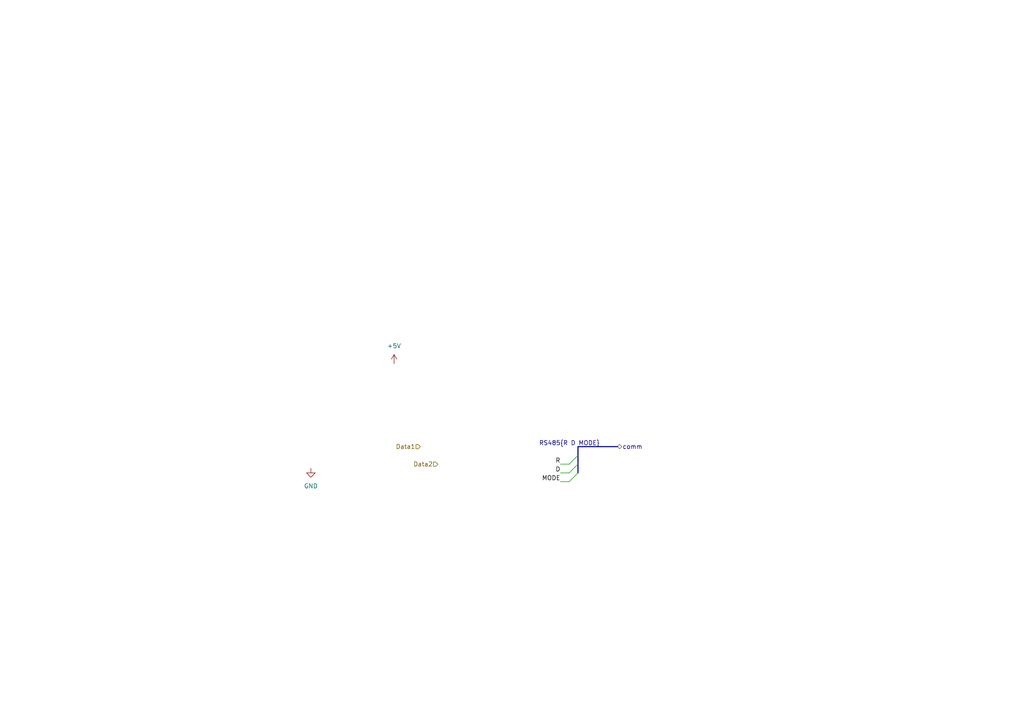
<source format=kicad_sch>
(kicad_sch (version 20250114) (generator "eeschema") (generator_version "9.0")
  (paper "A4")
  (title_block (title "${Project Title}") (rev "${Revision}") (comment 1 "${Designed By}"))
  (lib_symbols
    (symbol "power:+5V" (power) (pin_numbers (hide yes)) (pin_names (offset 0) (hide yes))
      (property "Value" "+5V" (at 0 3.556 0))
      (symbol "+5V_0_1"
        (polyline (pts (xy -0.762 1.27) (xy 0 2.54)))
        (polyline (pts (xy 0 2.54) (xy 0.762 1.27)))
        (polyline (pts (xy 0 0) (xy 0 2.54)))
      )
      (symbol "+5V_1_1"
        (pin power_in line (at 0 0 90) (length 0) (name "~") (number "1"))
      )
    )
    (symbol "power:GND" (power) (pin_numbers (hide yes)) (pin_names (offset 0) (hide yes))
      (property "Value" "GND" (at 0 -3.81 0))
      (symbol "GND_0_1"
        (polyline (pts (xy 0 0) (xy 0 -1.27) (xy 1.27 -1.27) (xy 0 -2.54) (xy -1.27 -1.27) (xy 0 -1.27)))
      )
      (symbol "GND_1_1"
        (pin power_in line (at 0 0 270) (length 0) (name "~") (number "1"))
      )
    )
  )
  (bus_entry (at 165.1 134.62) (size 2.54 -2.54))
  (bus_entry (at 165.1 139.7) (size 2.54 -2.54))
  (bus_entry (at 165.1 137.16) (size 2.54 -2.54))
  (bus (pts (xy 167.64 134.62) (xy 167.64 132.08)))
  (bus (pts (xy 167.64 132.08) (xy 167.64 129.54)))
  (wire (pts (xy 162.56 134.62) (xy 165.1 134.62)))
  (bus (pts (xy 167.64 129.54) (xy 179.07 129.54)))
  (wire (pts (xy 162.56 139.7) (xy 165.1 139.7)))
  (bus (pts (xy 167.64 137.16) (xy 167.64 134.62)))
  (wire (pts (xy 162.56 137.16) (xy 165.1 137.16)))
  (label "MODE" (at 162.56 139.7 180))
  (label "R" (at 162.56 134.62 180))
  (label "D" (at 162.56 137.16 180))
  (label "RS485{R D MODE}" (at 173.99 129.54 180))
  (hierarchical_label "Data1" (shape input) (at 121.92 129.54 180))
  (hierarchical_label "Data2" (shape input) (at 127 134.62 180))
  (hierarchical_label "comm" (shape bidirectional) (at 179.07 129.54 0))
  (symbol (lib_id "power:GND") (at 90.17 135.89 0) (unit 1)
    (property "Reference" "#PWR05" (effects (hide yes)))
    (property "Value" "GND" (at 90.17 140.97 0))
    (property "Description" "Power symbol creates a global label with name \"GND\" , ground" (effects (hide yes)))
  )
  (symbol (lib_id "power:+5V") (at 114.3 105.41 0) (unit 1)
    (property "Reference" "#PWR06" (effects (hide yes)))
    (property "Value" "+5V" (at 114.3 100.33 0))
    (property "Description" "Power symbol creates a global label with name \"+5V\"" (effects (hide yes)))
  )
)
</source>
